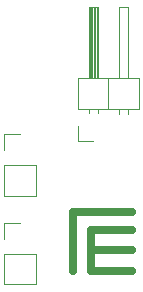
<source format=gbr>
%TF.GenerationSoftware,KiCad,Pcbnew,7.0.5*%
%TF.CreationDate,2023-10-13T11:32:00-04:00*%
%TF.ProjectId,Probe,50726f62-652e-46b6-9963-61645f706362,rev?*%
%TF.SameCoordinates,PX7270e00PY6a55ae0*%
%TF.FileFunction,Legend,Top*%
%TF.FilePolarity,Positive*%
%FSLAX46Y46*%
G04 Gerber Fmt 4.6, Leading zero omitted, Abs format (unit mm)*
G04 Created by KiCad (PCBNEW 7.0.5) date 2023-10-13 11:32:00*
%MOMM*%
%LPD*%
G01*
G04 APERTURE LIST*
%ADD10C,0.700000*%
%ADD11C,0.120000*%
G04 APERTURE END LIST*
D10*
X6000000Y5250000D02*
X6000000Y1750000D01*
X6000000Y1750000D02*
X9500000Y1750000D01*
X6000000Y3500000D02*
X9500000Y3500000D01*
X6000000Y5250000D02*
X9500000Y5250000D01*
X4500000Y6750000D02*
X4500000Y1750000D01*
X4500000Y6750000D02*
X9500000Y6750000D01*
D11*
%TO.C,J3*%
X-1330000Y13330000D02*
X0Y13330000D01*
X-1330000Y12000000D02*
X-1330000Y13330000D01*
X-1330000Y10730000D02*
X-1330000Y8130000D01*
X-1330000Y10730000D02*
X1330000Y10730000D01*
X-1330000Y8130000D02*
X1330000Y8130000D01*
X1330000Y10730000D02*
X1330000Y8130000D01*
%TO.C,J1*%
X4955000Y12730000D02*
X4955000Y14000000D01*
X6225000Y12730000D02*
X4955000Y12730000D01*
X8385000Y15042929D02*
X8385000Y15440000D01*
X9145000Y15042929D02*
X9145000Y15440000D01*
X5845000Y15110000D02*
X5845000Y15440000D01*
X6605000Y15110000D02*
X6605000Y15440000D01*
X4895000Y15440000D02*
X10095000Y15440000D01*
X7495000Y15440000D02*
X7495000Y18100000D01*
X10095000Y15440000D02*
X10095000Y18100000D01*
X4895000Y18100000D02*
X4895000Y15440000D01*
X5845000Y18100000D02*
X5845000Y24100000D01*
X5905000Y18100000D02*
X5905000Y24100000D01*
X6025000Y18100000D02*
X6025000Y24100000D01*
X6145000Y18100000D02*
X6145000Y24100000D01*
X6265000Y18100000D02*
X6265000Y24100000D01*
X6385000Y18100000D02*
X6385000Y24100000D01*
X6505000Y18100000D02*
X6505000Y24100000D01*
X8385000Y18100000D02*
X8385000Y24100000D01*
X10095000Y18100000D02*
X4895000Y18100000D01*
X5845000Y24100000D02*
X6605000Y24100000D01*
X6605000Y24100000D02*
X6605000Y18100000D01*
X8385000Y24100000D02*
X9145000Y24100000D01*
X9145000Y24100000D02*
X9145000Y18100000D01*
%TO.C,J2*%
X-1330000Y5830000D02*
X0Y5830000D01*
X-1330000Y4500000D02*
X-1330000Y5830000D01*
X-1330000Y3230000D02*
X-1330000Y630000D01*
X-1330000Y3230000D02*
X1330000Y3230000D01*
X-1330000Y630000D02*
X1330000Y630000D01*
X1330000Y3230000D02*
X1330000Y630000D01*
%TD*%
M02*

</source>
